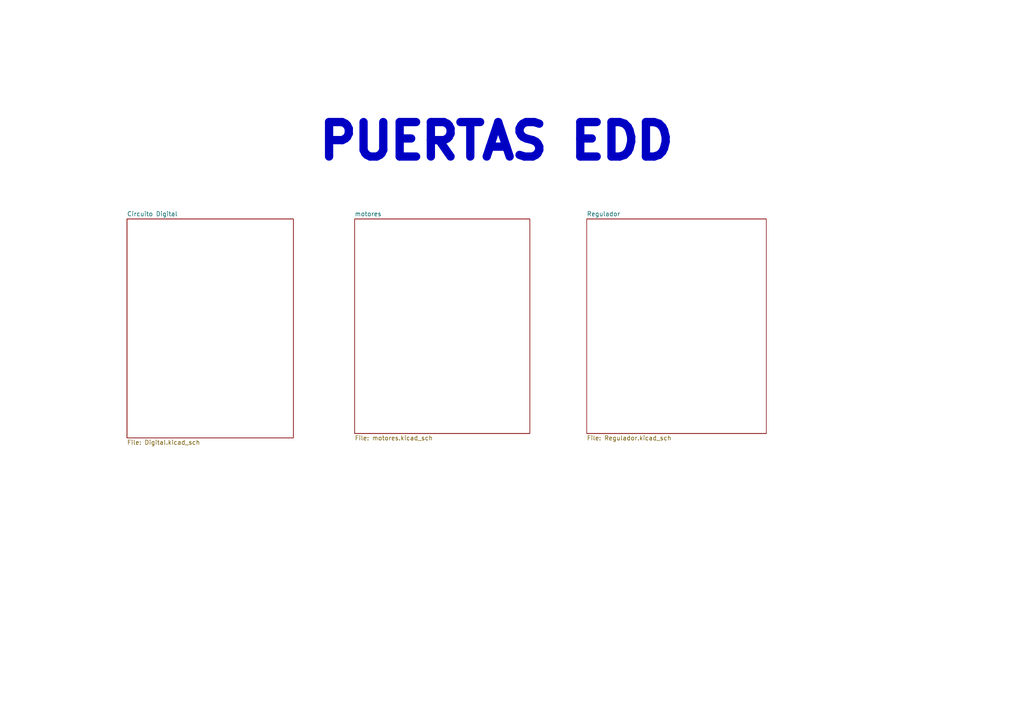
<source format=kicad_sch>
(kicad_sch
	(version 20250114)
	(generator "eeschema")
	(generator_version "9.0")
	(uuid "c96004bd-c0fc-431c-a510-eb1e1a82944f")
	(paper "A4")
	(title_block
		(title "Puertas")
	)
	(lib_symbols)
	(text "PUERTAS EDD\n"
		(exclude_from_sim no)
		(at 144.018 41.148 0)
		(effects
			(font
				(size 10 10)
				(thickness 2.4)
				(bold yes)
			)
		)
		(uuid "2247770b-b73e-4a8c-b38d-80419e3283ef")
	)
	(sheet
		(at 102.87 63.5)
		(size 50.8 62.23)
		(exclude_from_sim no)
		(in_bom yes)
		(on_board yes)
		(dnp no)
		(fields_autoplaced yes)
		(stroke
			(width 0.1524)
			(type solid)
		)
		(fill
			(color 0 0 0 0.0000)
		)
		(uuid "9d8869dd-b067-4c66-a8ca-a407ea6f90ea")
		(property "Sheetname" "motores"
			(at 102.87 62.7884 0)
			(effects
				(font
					(size 1.27 1.27)
				)
				(justify left bottom)
			)
		)
		(property "Sheetfile" "motores.kicad_sch"
			(at 102.87 126.3146 0)
			(effects
				(font
					(size 1.27 1.27)
				)
				(justify left top)
			)
		)
		(instances
			(project "puertas"
				(path "/c96004bd-c0fc-431c-a510-eb1e1a82944f"
					(page "3")
				)
			)
		)
	)
	(sheet
		(at 36.83 63.5)
		(size 48.26 63.5)
		(exclude_from_sim no)
		(in_bom yes)
		(on_board yes)
		(dnp no)
		(fields_autoplaced yes)
		(stroke
			(width 0.1524)
			(type solid)
		)
		(fill
			(color 0 0 0 0.0000)
		)
		(uuid "ddbb6980-9f13-42d8-9727-7a64df9bde6c")
		(property "Sheetname" "Circuito Digital"
			(at 36.83 62.7884 0)
			(effects
				(font
					(size 1.27 1.27)
				)
				(justify left bottom)
			)
		)
		(property "Sheetfile" "Digital.kicad_sch"
			(at 36.83 127.5846 0)
			(effects
				(font
					(size 1.27 1.27)
				)
				(justify left top)
			)
		)
		(instances
			(project "puertas"
				(path "/c96004bd-c0fc-431c-a510-eb1e1a82944f"
					(page "2")
				)
			)
		)
	)
	(sheet
		(at 170.18 63.5)
		(size 52.07 62.23)
		(exclude_from_sim no)
		(in_bom yes)
		(on_board yes)
		(dnp no)
		(fields_autoplaced yes)
		(stroke
			(width 0.1524)
			(type solid)
		)
		(fill
			(color 0 0 0 0.0000)
		)
		(uuid "e6b7430e-7a8c-411e-a7e4-bebdb17bd144")
		(property "Sheetname" "Regulador"
			(at 170.18 62.7884 0)
			(effects
				(font
					(size 1.27 1.27)
				)
				(justify left bottom)
			)
		)
		(property "Sheetfile" "Regulador.kicad_sch"
			(at 170.18 126.3146 0)
			(effects
				(font
					(size 1.27 1.27)
				)
				(justify left top)
			)
		)
		(instances
			(project "puertas"
				(path "/c96004bd-c0fc-431c-a510-eb1e1a82944f"
					(page "4")
				)
			)
		)
	)
	(sheet_instances
		(path "/"
			(page "1")
		)
	)
	(embedded_fonts no)
)

</source>
